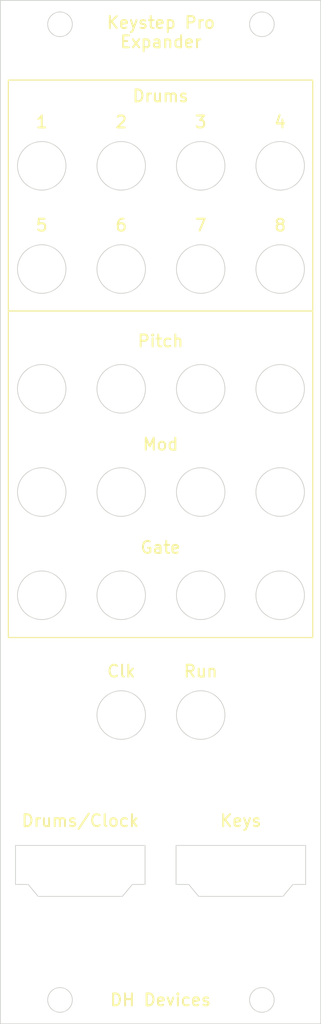
<source format=kicad_pcb>
(kicad_pcb (version 20221018) (generator pcbnew)

  (general
    (thickness 1.6)
  )

  (paper "A4")
  (layers
    (0 "F.Cu" signal)
    (31 "B.Cu" signal)
    (32 "B.Adhes" user "B.Adhesive")
    (33 "F.Adhes" user "F.Adhesive")
    (34 "B.Paste" user)
    (35 "F.Paste" user)
    (36 "B.SilkS" user "B.Silkscreen")
    (37 "F.SilkS" user "F.Silkscreen")
    (38 "B.Mask" user)
    (39 "F.Mask" user)
    (40 "Dwgs.User" user "User.Drawings")
    (41 "Cmts.User" user "User.Comments")
    (42 "Eco1.User" user "User.Eco1")
    (43 "Eco2.User" user "User.Eco2")
    (44 "Edge.Cuts" user)
    (45 "Margin" user)
    (46 "B.CrtYd" user "B.Courtyard")
    (47 "F.CrtYd" user "F.Courtyard")
    (48 "B.Fab" user)
    (49 "F.Fab" user)
    (50 "User.1" user)
    (51 "User.2" user)
    (52 "User.3" user)
    (53 "User.4" user)
    (54 "User.5" user)
    (55 "User.6" user)
    (56 "User.7" user)
    (57 "User.8" user)
    (58 "User.9" user)
  )

  (setup
    (pad_to_mask_clearance 0)
    (grid_origin 81.9 33.3)
    (pcbplotparams
      (layerselection 0x00010fc_ffffffff)
      (plot_on_all_layers_selection 0x0000000_00000000)
      (disableapertmacros false)
      (usegerberextensions false)
      (usegerberattributes true)
      (usegerberadvancedattributes true)
      (creategerberjobfile true)
      (dashed_line_dash_ratio 12.000000)
      (dashed_line_gap_ratio 3.000000)
      (svgprecision 4)
      (plotframeref false)
      (viasonmask false)
      (mode 1)
      (useauxorigin false)
      (hpglpennumber 1)
      (hpglpenspeed 20)
      (hpglpendiameter 15.000000)
      (dxfpolygonmode true)
      (dxfimperialunits true)
      (dxfusepcbnewfont true)
      (psnegative false)
      (psa4output false)
      (plotreference true)
      (plotvalue true)
      (plotinvisibletext false)
      (sketchpadsonfab false)
      (subtractmaskfromsilk false)
      (outputformat 1)
      (mirror false)
      (drillshape 1)
      (scaleselection 1)
      (outputdirectory "")
    )
  )

  (net 0 "")

  (gr_rect (start 82.9 43.3) (end 121.2 72.3)
    (stroke (width 0.15) (type default)) (fill none) (layer "F.SilkS") (tstamp 048a3ed0-fa25-4b81-87a5-f332ddf86387))
  (gr_rect (start 82.9 72.3) (end 121.2 113.3)
    (stroke (width 0.15) (type default)) (fill none) (layer "F.SilkS") (tstamp 50d3c179-b4aa-4a3a-beb4-cc73996ac7ef))
  (gr_line (start 120.3 144.3) (end 118.7 144.3)
    (stroke (width 0.1) (type default)) (layer "Edge.Cuts") (tstamp 050c4f3d-6c60-4607-ae5d-6714682f0220))
  (gr_circle (center 87.1 95.03) (end 90.15 95.03)
    (stroke (width 0.1) (type default)) (fill none) (layer "Edge.Cuts") (tstamp 0797ab65-69c5-4683-b8af-ba91b5f7900f))
  (gr_line (start 83.8 144.3) (end 83.8 139.4)
    (stroke (width 0.1) (type default)) (layer "Edge.Cuts") (tstamp 0cc734d0-57ff-4246-965f-1cc1fbf6293e))
  (gr_line (start 100.1 144.3) (end 100.1 139.4)
    (stroke (width 0.1) (type default)) (layer "Edge.Cuts") (tstamp 0cebad97-daa5-4c4b-a9b1-5cb795b6a8d6))
  (gr_circle (center 97.1 67.03) (end 100.15 67.03)
    (stroke (width 0.1) (type default)) (fill none) (layer "Edge.Cuts") (tstamp 12bbabc5-97fa-4e20-9dac-f78b27a913fe))
  (gr_circle (center 114.8 36.3) (end 116.35 36.3)
    (stroke (width 0.1) (type default)) (fill none) (layer "Edge.Cuts") (tstamp 17a7e5de-1ff2-4b70-90e2-a13230004f33))
  (gr_circle (center 97.1 95.03) (end 100.15 95.03)
    (stroke (width 0.1) (type default)) (fill none) (layer "Edge.Cuts") (tstamp 19e17881-037b-49e8-b3f3-6e29a6846fdb))
  (gr_circle (center 117.1 95.03) (end 120.15 95.03)
    (stroke (width 0.1) (type default)) (fill none) (layer "Edge.Cuts") (tstamp 1d6908ed-ff3e-4784-9bac-d2f1f0dd9428))
  (gr_line (start 106.85 145.8) (end 117.45 145.8)
    (stroke (width 0.1) (type default)) (layer "Edge.Cuts") (tstamp 37649ba0-5444-456b-ad47-ff15acbe1803))
  (gr_circle (center 107.1 95.03) (end 110.15 95.03)
    (stroke (width 0.1) (type default)) (fill none) (layer "Edge.Cuts") (tstamp 3ccdd1b5-9175-495a-95d3-7a06d6da158c))
  (gr_circle (center 87.1 82.07) (end 90.15 82.07)
    (stroke (width 0.1) (type default)) (fill none) (layer "Edge.Cuts") (tstamp 41918981-acf9-4397-ba59-e6debff1f9cd))
  (gr_line (start 120.3 144.3) (end 120.3 139.4)
    (stroke (width 0.1) (type default)) (layer "Edge.Cuts") (tstamp 45020e19-f14e-45f8-ac35-6fb16d61c675))
  (gr_line (start 100.1 144.3) (end 98.5 144.3)
    (stroke (width 0.1) (type default)) (layer "Edge.Cuts") (tstamp 4d59b91f-d455-4a2b-bf46-14085dd193cf))
  (gr_line (start 86.65 145.8) (end 85.4 144.3)
    (stroke (width 0.1) (type default)) (layer "Edge.Cuts") (tstamp 4f506e68-fba5-49a0-ac32-71205a781222))
  (gr_line (start 118.7 144.3) (end 117.45 145.8)
    (stroke (width 0.1) (type default)) (layer "Edge.Cuts") (tstamp 6f93de09-1e73-4ea5-8262-320f7630ec46))
  (gr_circle (center 114.8 158.8) (end 116.35 158.8)
    (stroke (width 0.1) (type default)) (fill none) (layer "Edge.Cuts") (tstamp 7086fc34-89ce-4db3-bbd4-e3603c17a99b))
  (gr_line (start 106.85 145.8) (end 105.6 144.3)
    (stroke (width 0.1) (type default)) (layer "Edge.Cuts") (tstamp 7d71dafd-8b32-4a08-81ec-4cdf1a2ca3aa))
  (gr_circle (center 117.1 67.03) (end 120.15 67.03)
    (stroke (width 0.1) (type default)) (fill none) (layer "Edge.Cuts") (tstamp 88f1049d-d75e-4fd8-b1c2-4d8c4c6a56fe))
  (gr_circle (center 107.1 123.03) (end 110.15 123.03)
    (stroke (width 0.1) (type default)) (fill none) (layer "Edge.Cuts") (tstamp 91de4d19-6cd1-491e-8757-69f98f78b6ac))
  (gr_circle (center 117.1 107.99) (end 120.15 107.99)
    (stroke (width 0.1) (type default)) (fill none) (layer "Edge.Cuts") (tstamp 9b5dcae8-0161-4e30-9fe8-206b967f3ca0))
  (gr_line (start 98.5 144.3) (end 97.25 145.8)
    (stroke (width 0.1) (type default)) (layer "Edge.Cuts") (tstamp a27a9c35-2709-4951-8832-e3cbf15d1ad2))
  (gr_line (start 104 144.3) (end 104 139.4)
    (stroke (width 0.1) (type default)) (layer "Edge.Cuts") (tstamp a30ff452-c912-4203-9f5f-967ea8e612f9))
  (gr_circle (center 107.1 82.07) (end 110.15 82.07)
    (stroke (width 0.1) (type default)) (fill none) (layer "Edge.Cuts") (tstamp adc3b872-f3d2-4718-a071-0d3b00c232d1))
  (gr_circle (center 97.1 82.07) (end 100.15 82.07)
    (stroke (width 0.1) (type default)) (fill none) (layer "Edge.Cuts") (tstamp adde6c61-69ef-487b-8e2c-423ee7000da0))
  (gr_circle (center 89.4 158.8) (end 90.95 158.8)
    (stroke (width 0.1) (type default)) (fill none) (layer "Edge.Cuts") (tstamp ae181150-72e3-43c5-a8ab-fa9f549c4a04))
  (gr_circle (center 117.1 82.07) (end 120.15 82.07)
    (stroke (width 0.1) (type default)) (fill none) (layer "Edge.Cuts") (tstamp ae6feecb-b149-47ca-8597-8dec8ae01129))
  (gr_circle (center 87.1 54.07) (end 90.15 54.07)
    (stroke (width 0.1) (type default)) (fill none) (layer "Edge.Cuts") (tstamp b1ba5f7a-a688-46f9-81f1-b5498634b7df))
  (gr_line (start 104 139.4) (end 120.3 139.4)
    (stroke (width 0.1) (type default)) (layer "Edge.Cuts") (tstamp b3fdc8ef-fde2-4d24-86d9-d72cf9ac15bb))
  (gr_circle (center 97.1 54.07) (end 100.15 54.07)
    (stroke (width 0.1) (type default)) (fill none) (layer "Edge.Cuts") (tstamp b96095dd-2219-47b4-9d62-c394f959ef3a))
  (gr_line (start 105.6 144.3) (end 104 144.3)
    (stroke (width 0.1) (type default)) (layer "Edge.Cuts") (tstamp bbb9a44b-ea19-4984-b95e-e6a3836ed876))
  (gr_circle (center 107.1 67.03) (end 110.15 67.03)
    (stroke (width 0.1) (type default)) (fill none) (layer "Edge.Cuts") (tstamp c590dd48-ad34-45a7-b323-9dda80759905))
  (gr_rect (start 81.9 33.3) (end 122.2 161.8)
    (stroke (width 0.1) (type default)) (fill none) (layer "Edge.Cuts") (tstamp ca10397c-68bd-46bb-af28-eba145621ec5))
  (gr_line (start 86.65 145.8) (end 97.25 145.8)
    (stroke (width 0.1) (type default)) (layer "Edge.Cuts") (tstamp ca72a2b9-f605-4de2-a095-efa0b499efe8))
  (gr_circle (center 89.4 36.3) (end 90.95 36.3)
    (stroke (width 0.1) (type default)) (fill none) (layer "Edge.Cuts") (tstamp cb8503b4-9989-4d45-ba83-854693c547a2))
  (gr_circle (center 97.1 107.99) (end 100.15 107.99)
    (stroke (width 0.1) (type default)) (fill none) (layer "Edge.Cuts") (tstamp ced0cbcb-ccfa-4f30-b6e2-be5cd81976c0))
  (gr_circle (center 87.1 107.99) (end 90.15 107.99)
    (stroke (width 0.1) (type default)) (fill none) (layer "Edge.Cuts") (tstamp d0c4a71c-7cda-465c-9fd3-680cf3717757))
  (gr_circle (center 87.1 67.03) (end 90.15 67.03)
    (stroke (width 0.1) (type default)) (fill none) (layer "Edge.Cuts") (tstamp d2eb2d8e-7a68-4aa2-b613-17e9b33ef79e))
  (gr_circle (center 107.1 54.07) (end 110.15 54.07)
    (stroke (width 0.1) (type default)) (fill none) (layer "Edge.Cuts") (tstamp d7488dff-d810-43a5-8b49-ee627dc3a957))
  (gr_line (start 85.4 144.3) (end 83.8 144.3)
    (stroke (width 0.1) (type default)) (layer "Edge.Cuts") (tstamp da4987fa-dc87-436f-a18e-1df045e720f6))
  (gr_circle (center 97.1 123.03) (end 100.15 123.03)
    (stroke (width 0.1) (type default)) (fill none) (layer "Edge.Cuts") (tstamp e38c3821-16bb-475c-9231-9943a745334c))
  (gr_line (start 83.8 139.4) (end 100.1 139.4)
    (stroke (width 0.1) (type default)) (layer "Edge.Cuts") (tstamp e3abbc66-2cc7-4d6e-86ae-1f8d5fdd13a7))
  (gr_circle (center 107.1 107.99) (end 110.15 107.99)
    (stroke (width 0.1) (type default)) (fill none) (layer "Edge.Cuts") (tstamp fcf75bbe-43bd-4b59-9f2e-77814c5faf53))
  (gr_circle (center 117.1 54.07) (end 120.15 54.07)
    (stroke (width 0.1) (type default)) (fill none) (layer "Edge.Cuts") (tstamp fff163dd-ae16-46e1-b2b2-75fbe49e24bb))
  (gr_text "Keys" (at 112.15 136.3) (layer "F.SilkS") (tstamp 0b6eaadc-7e82-416b-b9e8-ca915277e5ac)
    (effects (font (size 1.5 1.5) (thickness 0.25) bold))
  )
  (gr_text "Drums" (at 102.05 45.3) (layer "F.SilkS") (tstamp 0b7a6fb8-ee83-4426-9f42-f9186b7ec3fd)
    (effects (font (size 1.5 1.5) (thickness 0.25) bold))
  )
  (gr_text "3" (at 107.1 48.57) (layer "F.SilkS") (tstamp 1d4bc30a-0f98-47e9-b9d0-bcc5f0397834)
    (effects (font (size 1.5 1.5) (thickness 0.25) bold))
  )
  (gr_text "5" (at 87.1 61.53) (layer "F.SilkS") (tstamp 1f539afe-1fea-49cf-bea9-0786cfdf1e37)
    (effects (font (size 1.5 1.5) (thickness 0.25) bold))
  )
  (gr_text "2" (at 97.1 48.57) (layer "F.SilkS") (tstamp 44edc975-13cb-4ce9-93e2-0d8a9396b34a)
    (effects (font (size 1.5 1.5) (thickness 0.25) bold))
  )
  (gr_text "Keystep Pro\nExpander" (at 102.1 37.3) (layer "F.SilkS") (tstamp 47c45107-8c19-46f2-9f24-924627fe0254)
    (effects (font (size 1.5 1.5) (thickness 0.25) bold))
  )
  (gr_text "6" (at 97.1 61.53) (layer "F.SilkS") (tstamp 5308594c-877a-48ee-892c-49128c774787)
    (effects (font (size 1.5 1.5) (thickness 0.25) bold))
  )
  (gr_text "1" (at 87.1 48.57) (layer "F.SilkS") (tstamp 587b641d-6130-4dd0-a3bd-7a79653214b7)
    (effects (font (size 1.5 1.5) (thickness 0.25) bold))
  )
  (gr_text "Run" (at 107.1 117.53) (layer "F.SilkS") (tstamp 5a53751a-b5b6-44c5-8fd8-378ea09ade49)
    (effects (font (size 1.5 1.5) (thickness 0.25) bold))
  )
  (gr_text "Mod" (at 102.05 89.03) (layer "F.SilkS") (tstamp 6170d0a0-eab9-4618-b128-83b3020ed241)
    (effects (font (size 1.5 1.5) (thickness 0.25) bold))
  )
  (gr_text "8" (at 117.1 61.53) (layer "F.SilkS") (tstamp 6a08a66e-c9e1-46fd-82c9-98f705954e66)
    (effects (font (size 1.5 1.5) (thickness 0.25) bold))
  )
  (gr_text "Gate" (at 102.05 101.99) (layer "F.SilkS") (tstamp 70ac5da9-98be-431d-b997-0d38c6092217)
    (effects (font (size 1.5 1.5) (thickness 0.25) bold))
  )
  (gr_text "4" (at 117.1 48.57) (layer "F.SilkS") (tstamp 82c46ac0-9565-4915-8749-94647cb97fee)
    (effects (font (size 1.5 1.5) (thickness 0.25) bold))
  )
  (gr_text "7" (at 107.1 61.53) (layer "F.SilkS") (tstamp d7a26d10-f6f2-4c9f-ae42-16778ab140cd)
    (effects (font (size 1.5 1.5) (thickness 0.25) bold))
  )
  (gr_text "DH Devices" (at 102.05 158.8) (layer "F.SilkS") (tstamp e495a2cc-94f2-4002-8e05-5dbb1d1d4640)
    (effects (font (size 1.5 1.5) (thickness 0.25) bold))
  )
  (gr_text "Clk" (at 97.1 117.53) (layer "F.SilkS") (tstamp e5b51252-e15e-4ede-b9d7-0795142a1644)
    (effects (font (size 1.5 1.5) (thickness 0.25) bold))
  )
  (gr_text "Drums/Clock" (at 91.95 136.3) (layer "F.SilkS") (tstamp e6271234-c6e1-4a82-9c11-5ff1d7532ad3)
    (effects (font (size 1.5 1.5) (thickness 0.25) bold))
  )
  (gr_text "Pitch" (at 102.05 76.07) (layer "F.SilkS") (tstamp eaa700c0-da4b-4c09-99c5-7e891398437b)
    (effects (font (size 1.5 1.5) (thickness 0.25) bold))
  )

  (group "" (id 8582e8f3-be15-4c57-8e4d-038c17188919)
    (members
      050c4f3d-6c60-4607-ae5d-6714682f0220
      37649ba0-5444-456b-ad47-ff15acbe1803
      45020e19-f14e-45f8-ac35-6fb16d61c675
      6f93de09-1e73-4ea5-8262-320f7630ec46
      7d71dafd-8b32-4a08-81ec-4cdf1a2ca3aa
      a30ff452-c912-4203-9f5f-967ea8e612f9
      b3fdc8ef-fde2-4d24-86d9-d72cf9ac15bb
      bbb9a44b-ea19-4984-b95e-e6a3836ed876
    )
  )
  (group "" (id a64e5076-aa62-48a9-b66b-98e88e2fbc66)
    (members
      0cc734d0-57ff-4246-965f-1cc1fbf6293e
      0cebad97-daa5-4c4b-a9b1-5cb795b6a8d6
      4d59b91f-d455-4a2b-bf46-14085dd193cf
      4f506e68-fba5-49a0-ac32-71205a781222
      a27a9c35-2709-4951-8832-e3cbf15d1ad2
      ca72a2b9-f605-4de2-a095-efa0b499efe8
      da4987fa-dc87-436f-a18e-1df045e720f6
      e3abbc66-2cc7-4d6e-86ae-1f8d5fdd13a7
    )
  )
)

</source>
